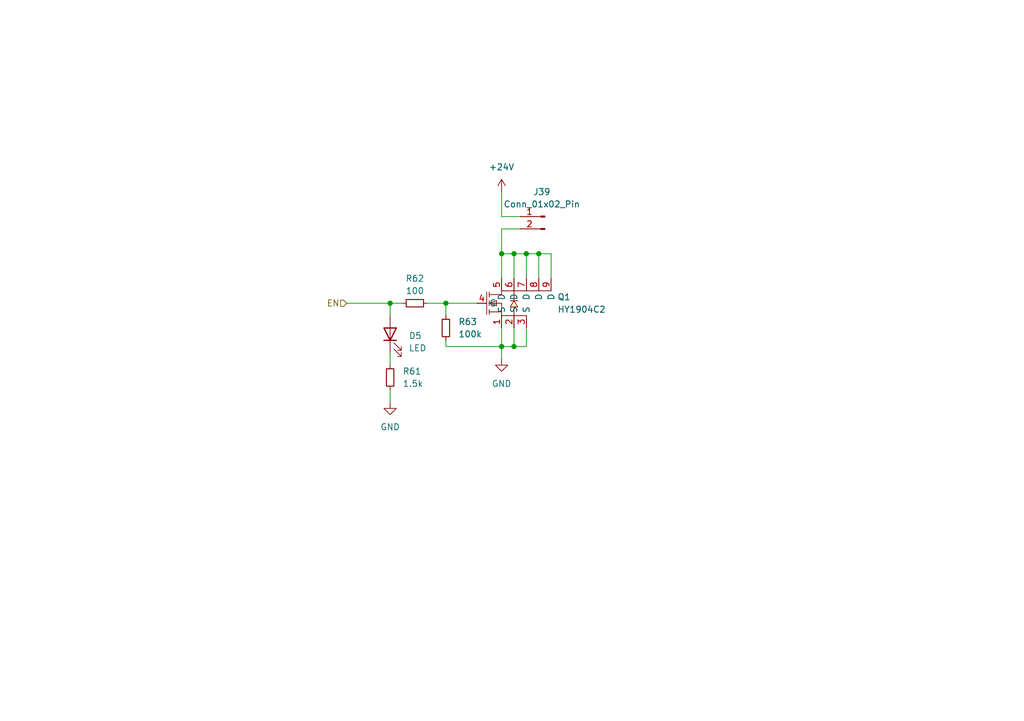
<source format=kicad_sch>
(kicad_sch (version 20250114) (generator "eeschema") (generator_version "9.0")
  (paper "A5")
  (lib_symbols
    (symbol "Connector:Conn_01x02_Pin" (pin_names (offset 1.016) (hide yes))
      (property "Reference" "J" (at 0 2.54 0))
      (property "Value" "Conn_01x02_Pin" (at 0 -5.08 0))
      (symbol "Conn_01x02_Pin_1_1"
        (rectangle (start 0.8636 0.127) (end 0 -0.127) (stroke (width 0.1524)) (fill (type outline)))
        (rectangle (start 0.8636 -2.413) (end 0 -2.667) (stroke (width 0.1524)) (fill (type outline)))
        (polyline (pts (xy 1.27 0) (xy 0.8636 0)) (stroke (width 0.1524)))
        (polyline (pts (xy 1.27 -2.54) (xy 0.8636 -2.54)) (stroke (width 0.1524)))
        (pin passive line (at 5.08 0 180) (length 3.81) (name "Pin_1") (number "1"))
        (pin passive line (at 5.08 -2.54 180) (length 3.81) (name "Pin_2") (number "2"))
      )
    )
    (symbol "Device:LED" (pin_numbers (hide yes)) (pin_names (offset 1.016) (hide yes))
      (property "Reference" "D" (at 0 2.54 0))
      (property "Value" "LED" (at 0 -2.54 0))
      (symbol "LED_0_1"
        (polyline (pts (xy -3.048 -0.762) (xy -4.572 -2.286) (xy -3.81 -2.286) (xy -4.572 -2.286) (xy -4.572 -1.524)))
        (polyline (pts (xy -1.778 -0.762) (xy -3.302 -2.286) (xy -2.54 -2.286) (xy -3.302 -2.286) (xy -3.302 -1.524)))
        (polyline (pts (xy -1.27 0) (xy 1.27 0)))
        (polyline (pts (xy -1.27 -1.27) (xy -1.27 1.27)) (stroke (width 0.254)))
        (polyline (pts (xy 1.27 -1.27) (xy 1.27 1.27) (xy -1.27 0) (xy 1.27 -1.27)) (stroke (width 0.254)))
      )
      (symbol "LED_1_1"
        (pin passive line (at -3.81 0 0) (length 2.54) (name "K") (number "1"))
        (pin passive line (at 3.81 0 180) (length 2.54) (name "A") (number "2"))
      )
    )
    (symbol "Device:R_Small" (pin_numbers (hide yes)) (pin_names (offset 0.254) (hide yes))
      (property "Reference" "R" (at 0.762 0.508 0))
      (property "Value" "R_Small" (at 0.762 -1.016 0))
      (symbol "R_Small_0_1"
        (rectangle (start -0.762 1.778) (end 0.762 -1.778) (stroke (width 0.2032)))
      )
      (symbol "R_Small_1_1"
        (pin passive line (at 0 2.54 270) (length 0.762) (name "~") (number "1"))
        (pin passive line (at 0 -2.54 90) (length 0.762) (name "~") (number "2"))
      )
    )
    (symbol "LCSC:HY1904C2"
      (property "Reference" "Q" (at 0 10.16 0))
      (property "Value" "HY1904C2" (at 0 -10.16 0))
      (symbol "HY1904C2_0_1"
        (polyline (pts (xy -3.05 2.29) (xy -3.05 -2.29)))
        (polyline (pts (xy -2.54 2.29) (xy -2.54 1.27)))
        (polyline (pts (xy -2.54 1.78) (xy 0 1.78) (xy 0 2.54) (xy 10.16 2.54) (xy 2.54 2.54) (xy 2.54 0.51)))
        (polyline (pts (xy -2.54 0) (xy -1.02 -0.51) (xy -1.02 0.51) (xy -2.54 0)) (fill (type background)))
        (polyline (pts (xy -2.54 0) (xy 0 0) (xy 0 -2.54) (xy 5.08 -2.54) (xy 2.54 -2.54) (xy 2.54 -0.76)))
        (polyline (pts (xy -2.54 -0.51) (xy -2.54 0.51)))
        (polyline (pts (xy -2.54 -2.29) (xy -2.54 -1.27)))
        (polyline (pts (xy 0 -1.78) (xy -2.54 -1.78)))
        (polyline (pts (xy 2.54 0.51) (xy 1.78 -0.76) (xy 3.3 -0.76) (xy 2.54 0.51)) (fill (type background)))
        (polyline (pts (xy 3.3 0.51) (xy 3.05 0.51) (xy 2.03 0.51) (xy 1.78 0.51)))
        (pin unspecified line (at -5.08 0 0) (length 2.032) (name "G") (number "4"))
        (pin unspecified line (at 0 5.08 270) (length 2.54) (name "D") (number "5"))
        (pin unspecified line (at 0 -5.08 90) (length 2.54) (name "S") (number "1"))
        (pin unspecified line (at 2.54 5.08 270) (length 2.54) (name "D") (number "6"))
        (pin unspecified line (at 2.54 -5.08 90) (length 2.54) (name "S") (number "2"))
        (pin unspecified line (at 5.08 5.08 270) (length 2.54) (name "D") (number "7"))
        (pin unspecified line (at 5.08 -5.08 90) (length 2.54) (name "S") (number "3"))
        (pin unspecified line (at 7.62 5.08 270) (length 2.54) (name "D") (number "8"))
        (pin unspecified line (at 10.16 5.08 270) (length 2.54) (name "D") (number "9"))
      )
    )
    (symbol "power:+24V" (power) (pin_numbers (hide yes)) (pin_names (offset 0) (hide yes))
      (property "Value" "+24V" (at 0 3.556 0))
      (symbol "+24V_0_1"
        (polyline (pts (xy -0.762 1.27) (xy 0 2.54)))
        (polyline (pts (xy 0 2.54) (xy 0.762 1.27)))
        (polyline (pts (xy 0 0) (xy 0 2.54)))
      )
      (symbol "+24V_1_1"
        (pin power_in line (at 0 0 90) (length 0) (name "~") (number "1"))
      )
    )
    (symbol "power:GND" (power) (pin_numbers (hide yes)) (pin_names (offset 0) (hide yes))
      (property "Value" "GND" (at 0 -3.81 0))
      (symbol "GND_0_1"
        (polyline (pts (xy 0 0) (xy 0 -1.27) (xy 1.27 -1.27) (xy 0 -2.54) (xy -1.27 -1.27) (xy 0 -1.27)))
      )
      (symbol "GND_1_1"
        (pin power_in line (at 0 0 270) (length 0) (name "~") (number "1"))
      )
    )
  )
  (junction (at 105.41 71.12))
  (junction (at 102.87 52.07))
  (junction (at 105.41 52.07))
  (junction (at 102.87 71.12))
  (junction (at 107.95 52.07))
  (junction (at 91.44 62.23))
  (junction (at 110.49 52.07))
  (junction (at 80.01 62.23))
  (wire (pts (xy 105.41 71.12) (xy 105.41 67.31)))
  (wire (pts (xy 102.87 46.99) (xy 106.68 46.99)))
  (wire (pts (xy 113.03 52.07) (xy 113.03 57.15)))
  (wire (pts (xy 71.12 62.23) (xy 80.01 62.23)))
  (wire (pts (xy 91.44 62.23) (xy 91.44 64.77)))
  (wire (pts (xy 91.44 69.85) (xy 91.44 71.12)))
  (wire (pts (xy 102.87 46.99) (xy 102.87 52.07)))
  (wire (pts (xy 80.01 72.39) (xy 80.01 74.93)))
  (wire (pts (xy 102.87 44.45) (xy 102.87 39.37)))
  (wire (pts (xy 110.49 52.07) (xy 113.03 52.07)))
  (wire (pts (xy 80.01 62.23) (xy 82.55 62.23)))
  (wire (pts (xy 107.95 52.07) (xy 107.95 57.15)))
  (wire (pts (xy 107.95 52.07) (xy 110.49 52.07)))
  (wire (pts (xy 105.41 52.07) (xy 105.41 57.15)))
  (wire (pts (xy 102.87 52.07) (xy 105.41 52.07)))
  (wire (pts (xy 91.44 71.12) (xy 102.87 71.12)))
  (wire (pts (xy 102.87 52.07) (xy 102.87 57.15)))
  (wire (pts (xy 102.87 71.12) (xy 105.41 71.12)))
  (wire (pts (xy 91.44 62.23) (xy 97.79 62.23)))
  (wire (pts (xy 80.01 80.01) (xy 80.01 82.55)))
  (wire (pts (xy 102.87 71.12) (xy 102.87 73.66)))
  (wire (pts (xy 80.01 62.23) (xy 80.01 64.77)))
  (wire (pts (xy 106.68 44.45) (xy 102.87 44.45)))
  (wire (pts (xy 87.63 62.23) (xy 91.44 62.23)))
  (wire (pts (xy 107.95 71.12) (xy 107.95 67.31)))
  (wire (pts (xy 110.49 52.07) (xy 110.49 57.15)))
  (wire (pts (xy 105.41 71.12) (xy 107.95 71.12)))
  (wire (pts (xy 102.87 67.31) (xy 102.87 71.12)))
  (wire (pts (xy 105.41 52.07) (xy 107.95 52.07)))
  (hierarchical_label "EN" (shape input) (at 71.12 62.23 180))
  (symbol (lib_id "Device:R_Small") (at 80.01 77.47 180) (unit 1)
    (property "Reference" "R61" (at 82.55 76.2 0) (effects (justify right)))
    (property "Value" "1.5k" (at 82.55 78.74 0) (effects (justify right)))
    (property "Footprint" "Resistor_SMD:R_0603_1608Metric" (effects (hide yes)))
    (property "Description" "Resistor, small symbol" (effects (hide yes)))
  )
  (symbol (lib_id "Device:R_Small") (at 91.44 67.31 0) (unit 1)
    (property "Reference" "R63" (at 93.98 66.04 0) (effects (justify left)))
    (property "Value" "100k" (at 93.98 68.58 0) (effects (justify left)))
    (property "Footprint" "Resistor_SMD:R_0603_1608Metric" (effects (hide yes)))
    (property "Description" "Resistor, small symbol" (effects (hide yes)))
  )
  (symbol (lib_id "LCSC:HY1904C2") (at 102.87 62.23 0) (unit 1)
    (property "Reference" "Q1" (at 114.3 60.96 0) (effects (justify left)))
    (property "Value" "HY1904C2" (at 114.3 63.5 0) (effects (justify left)))
    (property "Footprint" "LCSC:DFN-8_L5.9-W5.2-P1.27-LS6.2-BL" (effects (hide yes)))
    (property "Datasheet" "https://lcsc.com/product-detail/Others_HuaYi-Microelectronics-HY1904C2_C358116.html" (effects (hide yes)))
    (property "LCSC Part" "C358116" (effects (hide yes)))
  )
  (symbol (lib_id "Connector:Conn_01x02_Pin") (at 111.76 44.45 0) (mirror y) (unit 1)
    (property "Reference" "J39" (at 111.125 39.37 0))
    (property "Value" "Conn_01x02_Pin" (at 111.125 41.91 0))
    (property "Footprint" "Connector_Molex:Molex_Micro-Fit_3.0_43045-0212_2x01_P3.00mm_Vertical" (effects (hide yes)))
    (property "Description" "Generic connector, single row, 01x02, script generated" (effects (hide yes)))
  )
  (symbol (lib_id "power:+24V") (at 102.87 39.37 0) (unit 1)
    (property "Reference" "#PWR0204" (effects (hide yes)))
    (property "Value" "+24V" (at 102.87 34.29 0))
    (property "Description" "Power symbol creates a global label with name \"+24V\"" (effects (hide yes)))
  )
  (symbol (lib_id "power:GND") (at 102.87 73.66 0) (unit 1)
    (property "Reference" "#PWR0205" (effects (hide yes)))
    (property "Value" "GND" (at 102.87 78.74 0))
    (property "Description" "Power symbol creates a global label with name \"GND\" , ground" (effects (hide yes)))
  )
  (symbol (lib_id "power:GND") (at 80.01 82.55 0) (unit 1)
    (property "Reference" "#PWR0203" (effects (hide yes)))
    (property "Value" "GND" (at 80.01 87.63 0))
    (property "Description" "Power symbol creates a global label with name \"GND\" , ground" (effects (hide yes)))
  )
  (symbol (lib_id "Device:LED") (at 80.01 68.58 90) (unit 1)
    (property "Reference" "D5" (at 83.82 68.8975 90) (effects (justify right)))
    (property "Value" "LED" (at 83.82 71.4375 90) (effects (justify right)))
    (property "Footprint" "LED_SMD:LED_0603_1608Metric" (effects (hide yes)))
    (property "Description" "Light emitting diode" (effects (hide yes)))
  )
  (symbol (lib_id "Device:R_Small") (at 85.09 62.23 90) (unit 1)
    (property "Reference" "R62" (at 85.09 57.15 90))
    (property "Value" "100" (at 85.09 59.69 90))
    (property "Footprint" "Resistor_SMD:R_0603_1608Metric" (effects (hide yes)))
    (property "Description" "Resistor, small symbol" (effects (hide yes)))
  )
)
</source>
